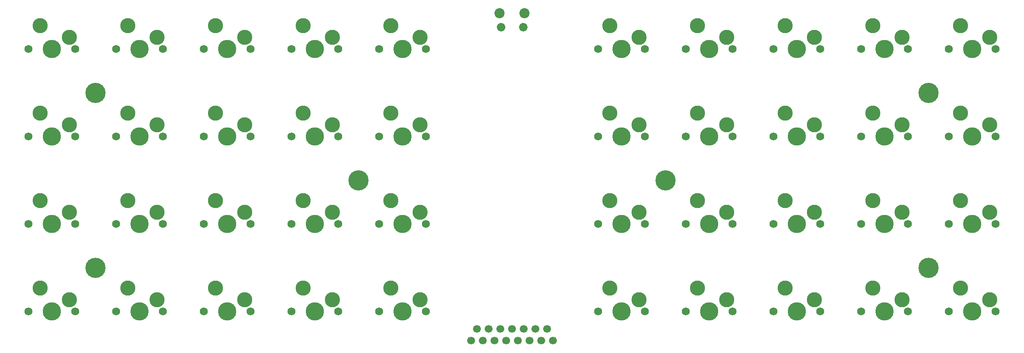
<source format=gbr>
%TF.GenerationSoftware,KiCad,Pcbnew,9.0.4*%
%TF.CreationDate,2025-09-26T22:16:16-05:00*%
%TF.ProjectId,loongcat40,6c6f6f6e-6763-4617-9434-302e6b696361,rev?*%
%TF.SameCoordinates,Original*%
%TF.FileFunction,Soldermask,Bot*%
%TF.FilePolarity,Negative*%
%FSLAX46Y46*%
G04 Gerber Fmt 4.6, Leading zero omitted, Abs format (unit mm)*
G04 Created by KiCad (PCBNEW 9.0.4) date 2025-09-26 22:16:16*
%MOMM*%
%LPD*%
G01*
G04 APERTURE LIST*
%ADD10C,4.400000*%
%ADD11C,1.700000*%
%ADD12C,1.750000*%
%ADD13C,3.987800*%
%ADD14C,3.300000*%
%ADD15C,2.200000*%
%ADD16C,1.850000*%
G04 APERTURE END LIST*
D10*
%TO.C,H6*%
X228600000Y-85725000D03*
%TD*%
%TO.C,H2*%
X228600000Y-47625000D03*
%TD*%
%TO.C,H4*%
X171450000Y-66675000D03*
%TD*%
%TO.C,H5*%
X47625000Y-85725000D03*
%TD*%
%TO.C,H3*%
X104775000Y-66675000D03*
%TD*%
%TO.C,H1*%
X47625000Y-47625000D03*
%TD*%
D11*
%TO.C,U2*%
X129212500Y-101600000D03*
X131752500Y-101600000D03*
X134292500Y-101600000D03*
X136832500Y-101600000D03*
X139372500Y-101600000D03*
X141912500Y-101600000D03*
X144452500Y-101600000D03*
X146992500Y-101600000D03*
%TD*%
D12*
%TO.C,SW37*%
X175895000Y-95250000D03*
D13*
X180975000Y-95250000D03*
D12*
X186055000Y-95250000D03*
D14*
X184785000Y-92710000D03*
X178435000Y-90170000D03*
%TD*%
D12*
%TO.C,SW40*%
X233045000Y-95250000D03*
D13*
X238125000Y-95250000D03*
D12*
X243205000Y-95250000D03*
D14*
X241935000Y-92710000D03*
X235585000Y-90170000D03*
%TD*%
D12*
%TO.C,SW39*%
X213995000Y-95250000D03*
D13*
X219075000Y-95250000D03*
D12*
X224155000Y-95250000D03*
D14*
X222885000Y-92710000D03*
X216535000Y-90170000D03*
%TD*%
D12*
%TO.C,SW38*%
X194945000Y-95250000D03*
D13*
X200025000Y-95250000D03*
D12*
X205105000Y-95250000D03*
D14*
X203835000Y-92710000D03*
X197485000Y-90170000D03*
%TD*%
D12*
%TO.C,SW36*%
X156845000Y-95250000D03*
D13*
X161925000Y-95250000D03*
D12*
X167005000Y-95250000D03*
D14*
X165735000Y-92710000D03*
X159385000Y-90170000D03*
%TD*%
D12*
%TO.C,SW35*%
X109220000Y-95250000D03*
D13*
X114300000Y-95250000D03*
D12*
X119380000Y-95250000D03*
D14*
X118110000Y-92710000D03*
X111760000Y-90170000D03*
%TD*%
D12*
%TO.C,SW34*%
X90170000Y-95250000D03*
D13*
X95250000Y-95250000D03*
D12*
X100330000Y-95250000D03*
D14*
X99060000Y-92710000D03*
X92710000Y-90170000D03*
%TD*%
D12*
%TO.C,SW33*%
X71120000Y-95250000D03*
D13*
X76200000Y-95250000D03*
D12*
X81280000Y-95250000D03*
D14*
X80010000Y-92710000D03*
X73660000Y-90170000D03*
%TD*%
D12*
%TO.C,SW32*%
X52070000Y-95250000D03*
D13*
X57150000Y-95250000D03*
D12*
X62230000Y-95250000D03*
D14*
X60960000Y-92710000D03*
X54610000Y-90170000D03*
%TD*%
D12*
%TO.C,SW31*%
X33020000Y-95250000D03*
D13*
X38100000Y-95250000D03*
D12*
X43180000Y-95250000D03*
D14*
X41910000Y-92710000D03*
X35560000Y-90170000D03*
%TD*%
D12*
%TO.C,SW30*%
X233045000Y-76200000D03*
D13*
X238125000Y-76200000D03*
D12*
X243205000Y-76200000D03*
D14*
X241935000Y-73660000D03*
X235585000Y-71120000D03*
%TD*%
D12*
%TO.C,SW29*%
X213995000Y-76200000D03*
D13*
X219075000Y-76200000D03*
D12*
X224155000Y-76200000D03*
D14*
X222885000Y-73660000D03*
X216535000Y-71120000D03*
%TD*%
D12*
%TO.C,SW28*%
X194945000Y-76200000D03*
D13*
X200025000Y-76200000D03*
D12*
X205105000Y-76200000D03*
D14*
X203835000Y-73660000D03*
X197485000Y-71120000D03*
%TD*%
D12*
%TO.C,SW27*%
X175895000Y-76200000D03*
D13*
X180975000Y-76200000D03*
D12*
X186055000Y-76200000D03*
D14*
X184785000Y-73660000D03*
X178435000Y-71120000D03*
%TD*%
D12*
%TO.C,SW26*%
X156845000Y-76200000D03*
D13*
X161925000Y-76200000D03*
D12*
X167005000Y-76200000D03*
D14*
X165735000Y-73660000D03*
X159385000Y-71120000D03*
%TD*%
D12*
%TO.C,SW25*%
X109220000Y-76200000D03*
D13*
X114300000Y-76200000D03*
D12*
X119380000Y-76200000D03*
D14*
X118110000Y-73660000D03*
X111760000Y-71120000D03*
%TD*%
D12*
%TO.C,SW24*%
X90170000Y-76200000D03*
D13*
X95250000Y-76200000D03*
D12*
X100330000Y-76200000D03*
D14*
X99060000Y-73660000D03*
X92710000Y-71120000D03*
%TD*%
D12*
%TO.C,SW23*%
X71120000Y-76200000D03*
D13*
X76200000Y-76200000D03*
D12*
X81280000Y-76200000D03*
D14*
X80010000Y-73660000D03*
X73660000Y-71120000D03*
%TD*%
D12*
%TO.C,SW22*%
X52070000Y-76200000D03*
D13*
X57150000Y-76200000D03*
D12*
X62230000Y-76200000D03*
D14*
X60960000Y-73660000D03*
X54610000Y-71120000D03*
%TD*%
D12*
%TO.C,SW21*%
X33020000Y-76200000D03*
D13*
X38100000Y-76200000D03*
D12*
X43180000Y-76200000D03*
D14*
X41910000Y-73660000D03*
X35560000Y-71120000D03*
%TD*%
D12*
%TO.C,SW20*%
X233045000Y-57150000D03*
D13*
X238125000Y-57150000D03*
D12*
X243205000Y-57150000D03*
D14*
X241935000Y-54610000D03*
X235585000Y-52070000D03*
%TD*%
D12*
%TO.C,SW19*%
X213995000Y-57150000D03*
D13*
X219075000Y-57150000D03*
D12*
X224155000Y-57150000D03*
D14*
X222885000Y-54610000D03*
X216535000Y-52070000D03*
%TD*%
D12*
%TO.C,SW18*%
X194945000Y-57150000D03*
D13*
X200025000Y-57150000D03*
D12*
X205105000Y-57150000D03*
D14*
X203835000Y-54610000D03*
X197485000Y-52070000D03*
%TD*%
D12*
%TO.C,SW17*%
X175895000Y-57150000D03*
D13*
X180975000Y-57150000D03*
D12*
X186055000Y-57150000D03*
D14*
X184785000Y-54610000D03*
X178435000Y-52070000D03*
%TD*%
D12*
%TO.C,SW16*%
X156845000Y-57150000D03*
D13*
X161925000Y-57150000D03*
D12*
X167005000Y-57150000D03*
D14*
X165735000Y-54610000D03*
X159385000Y-52070000D03*
%TD*%
D12*
%TO.C,SW15*%
X109220000Y-57150000D03*
D13*
X114300000Y-57150000D03*
D12*
X119380000Y-57150000D03*
D14*
X118110000Y-54610000D03*
X111760000Y-52070000D03*
%TD*%
D12*
%TO.C,SW14*%
X90170000Y-57150000D03*
D13*
X95250000Y-57150000D03*
D12*
X100330000Y-57150000D03*
D14*
X99060000Y-54610000D03*
X92710000Y-52070000D03*
%TD*%
D12*
%TO.C,SW13*%
X71120000Y-57150000D03*
D13*
X76200000Y-57150000D03*
D12*
X81280000Y-57150000D03*
D14*
X80010000Y-54610000D03*
X73660000Y-52070000D03*
%TD*%
D12*
%TO.C,SW12*%
X52070000Y-57150000D03*
D13*
X57150000Y-57150000D03*
D12*
X62230000Y-57150000D03*
D14*
X60960000Y-54610000D03*
X54610000Y-52070000D03*
%TD*%
D12*
%TO.C,SW11*%
X33020000Y-57150000D03*
D13*
X38100000Y-57150000D03*
D12*
X43180000Y-57150000D03*
D14*
X41910000Y-54610000D03*
X35560000Y-52070000D03*
%TD*%
D12*
%TO.C,SW10*%
X233045000Y-38100000D03*
D13*
X238125000Y-38100000D03*
D12*
X243205000Y-38100000D03*
D14*
X241935000Y-35560000D03*
X235585000Y-33020000D03*
%TD*%
D12*
%TO.C,SW9*%
X213995000Y-38100000D03*
D13*
X219075000Y-38100000D03*
D12*
X224155000Y-38100000D03*
D14*
X222885000Y-35560000D03*
X216535000Y-33020000D03*
%TD*%
D12*
%TO.C,SW8*%
X194945000Y-38100000D03*
D13*
X200025000Y-38100000D03*
D12*
X205105000Y-38100000D03*
D14*
X203835000Y-35560000D03*
X197485000Y-33020000D03*
%TD*%
D12*
%TO.C,SW7*%
X175895000Y-38100000D03*
D13*
X180975000Y-38100000D03*
D12*
X186055000Y-38100000D03*
D14*
X184785000Y-35560000D03*
X178435000Y-33020000D03*
%TD*%
D12*
%TO.C,SW6*%
X156845000Y-38100000D03*
D13*
X161925000Y-38100000D03*
D12*
X167005000Y-38100000D03*
D14*
X165735000Y-35560000D03*
X159385000Y-33020000D03*
%TD*%
D12*
%TO.C,SW5*%
X109220000Y-38100000D03*
D13*
X114300000Y-38100000D03*
D12*
X119380000Y-38100000D03*
D14*
X118110000Y-35560000D03*
X111760000Y-33020000D03*
%TD*%
D12*
%TO.C,SW4*%
X90170000Y-38100000D03*
D13*
X95250000Y-38100000D03*
D12*
X100330000Y-38100000D03*
D14*
X99060000Y-35560000D03*
X92710000Y-33020000D03*
%TD*%
D12*
%TO.C,SW3*%
X71120000Y-38100000D03*
D13*
X76200000Y-38100000D03*
D12*
X81280000Y-38100000D03*
D14*
X80010000Y-35560000D03*
X73660000Y-33020000D03*
%TD*%
D12*
%TO.C,SW2*%
X52070000Y-38100000D03*
D13*
X57150000Y-38100000D03*
D12*
X62230000Y-38100000D03*
D14*
X60960000Y-35560000D03*
X54610000Y-33020000D03*
%TD*%
D12*
%TO.C,SW1*%
X33020000Y-38100000D03*
D13*
X38100000Y-38100000D03*
D12*
X43180000Y-38100000D03*
D14*
X41910000Y-35560000D03*
X35560000Y-33020000D03*
%TD*%
D15*
%TO.C,A2*%
X135387500Y-30307500D03*
D16*
X135687500Y-33337500D03*
X140537500Y-33337500D03*
D15*
X140837500Y-30307500D03*
%TD*%
D11*
%TO.C,U1*%
X145732500Y-99000000D03*
X143192500Y-99000000D03*
X140652500Y-99000000D03*
X138112500Y-99000000D03*
X135572500Y-99000000D03*
X133032500Y-99000000D03*
X130492500Y-99000000D03*
%TD*%
M02*

</source>
